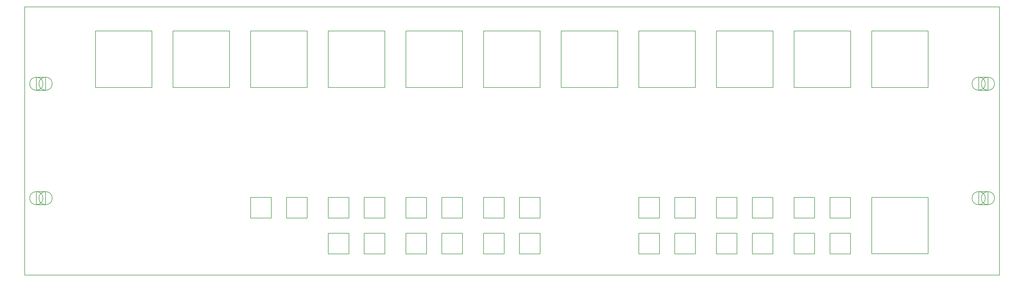
<source format=gko>
G04 Layer: BoardOutlineLayer*
G04 EasyEDA v6.5.34, 2023-08-21 18:11:39*
G04 0b5495aba37e4bba8a70f578eb7d8193,5a6b42c53f6a479593ecc07194224c93,10*
G04 Gerber Generator version 0.2*
G04 Scale: 100 percent, Rotated: No, Reflected: No *
G04 Dimensions in millimeters *
G04 leading zeros omitted , absolute positions ,4 integer and 5 decimal *
%FSLAX45Y45*%
%MOMM*%

%ADD10C,0.2540*%
D10*
X0Y13296900D02*
G01*
X48260000Y13296900D01*
X48260000Y0D01*
X0Y-3070D01*
X0Y13296900D01*
X7343614Y12104298D02*
G01*
X7343614Y9304304D01*
X7343614Y9304304D02*
G01*
X10143609Y9304304D01*
X10143609Y9304304D02*
G01*
X10143609Y12104298D01*
X10143609Y12104298D02*
G01*
X7343614Y12104298D01*
X11186815Y12104298D02*
G01*
X11186815Y9304304D01*
X11186815Y9304304D02*
G01*
X13986809Y9304304D01*
X13986809Y9304304D02*
G01*
X13986809Y12104298D01*
X13986809Y12104298D02*
G01*
X11186815Y12104298D01*
X15030015Y12104298D02*
G01*
X15030015Y9304304D01*
X15030015Y9304304D02*
G01*
X17830010Y9304304D01*
X17830010Y9304304D02*
G01*
X17830010Y12104298D01*
X17830010Y12104298D02*
G01*
X15030015Y12104298D01*
X18873216Y12104298D02*
G01*
X18873216Y9304304D01*
X18873216Y9304304D02*
G01*
X21673210Y9304304D01*
X21673210Y9304304D02*
G01*
X21673210Y12104298D01*
X21673210Y12104298D02*
G01*
X18873216Y12104298D01*
X22716416Y12104298D02*
G01*
X22716416Y9304304D01*
X22716416Y9304304D02*
G01*
X25516410Y9304304D01*
X25516410Y9304304D02*
G01*
X25516410Y12104298D01*
X25516410Y12104298D02*
G01*
X22716416Y12104298D01*
X26559616Y12104298D02*
G01*
X26559616Y9304304D01*
X26559616Y9304304D02*
G01*
X29359611Y9304304D01*
X29359611Y9304304D02*
G01*
X29359611Y12104298D01*
X29359611Y12104298D02*
G01*
X26559616Y12104298D01*
X30402817Y12104298D02*
G01*
X30402817Y9304304D01*
X30402817Y9304304D02*
G01*
X33202811Y9304304D01*
X33202811Y9304304D02*
G01*
X33202811Y12104298D01*
X33202811Y12104298D02*
G01*
X30402817Y12104298D01*
X34246017Y12104298D02*
G01*
X34246017Y9304304D01*
X34246017Y9304304D02*
G01*
X37046011Y9304304D01*
X37046011Y9304304D02*
G01*
X37046011Y12104298D01*
X37046011Y12104298D02*
G01*
X34246017Y12104298D01*
X38089217Y12104298D02*
G01*
X38089217Y9304304D01*
X38089217Y9304304D02*
G01*
X40889212Y9304304D01*
X40889212Y9304304D02*
G01*
X40889212Y12104298D01*
X40889212Y12104298D02*
G01*
X38089217Y12104298D01*
X41932418Y12104298D02*
G01*
X41932418Y9304304D01*
X41932418Y9304304D02*
G01*
X44732412Y9304304D01*
X44732412Y9304304D02*
G01*
X44732412Y12104298D01*
X44732412Y12104298D02*
G01*
X41932418Y12104298D01*
G75*
G01*
X711200Y9486900D02*
G02*
X1361597Y9486900I325199J0D01*
G75*
G01*
X1361597Y9486900D02*
G02*
X711200Y9486900I-325198J0D01*
X711200Y9486900D02*
G01*
X711200Y9486900D01*
X579198Y9811893D02*
G01*
X579198Y9161881D01*
X579198Y9161881D02*
G01*
X1036398Y9161881D01*
X1036398Y9161881D02*
G01*
X1036398Y9811893D01*
X1036398Y9811893D02*
G01*
X579198Y9811893D01*
G75*
G01*
X254000Y9486900D02*
G02*
X904397Y9486900I325199J0D01*
G75*
G01*
X904397Y9486900D02*
G02*
X254000Y9486900I-325198J0D01*
X254000Y9486900D02*
G01*
X254000Y9486900D01*
G75*
G01*
X254000Y3810000D02*
G02*
X904397Y3810000I325199J0D01*
G75*
G01*
X904397Y3810000D02*
G02*
X254000Y3810000I-325198J0D01*
X254000Y3810000D02*
G01*
X254000Y3810000D01*
X579198Y4134993D02*
G01*
X579198Y3484981D01*
X579198Y3484981D02*
G01*
X1036398Y3484981D01*
X1036398Y3484981D02*
G01*
X1036398Y4134993D01*
X1036398Y4134993D02*
G01*
X579198Y4134993D01*
G75*
G01*
X711200Y3810000D02*
G02*
X1361597Y3810000I325199J0D01*
G75*
G01*
X1361597Y3810000D02*
G02*
X711200Y3810000I-325198J0D01*
X711200Y3810000D02*
G01*
X711200Y3810000D01*
G75*
G01*
X47365696Y3810000D02*
G02*
X48016094Y3810000I325199J0D01*
G75*
G01*
X48016094Y3810000D02*
G02*
X47365696Y3810000I-325199J0D01*
X47365696Y3810000D02*
G01*
X47365696Y3810000D01*
X47233695Y4134993D02*
G01*
X47233695Y3484981D01*
X47233695Y3484981D02*
G01*
X47690895Y3484981D01*
X47690895Y3484981D02*
G01*
X47690895Y4134993D01*
X47690895Y4134993D02*
G01*
X47233695Y4134993D01*
G75*
G01*
X46908496Y3810000D02*
G02*
X47558894Y3810000I325199J0D01*
G75*
G01*
X47558894Y3810000D02*
G02*
X46908496Y3810000I-325199J0D01*
X46908496Y3810000D02*
G01*
X46908496Y3810000D01*
G75*
G01*
X46908496Y9486900D02*
G02*
X47558894Y9486900I325199J0D01*
G75*
G01*
X47558894Y9486900D02*
G02*
X46908496Y9486900I-325199J0D01*
X46908496Y9486900D02*
G01*
X46908496Y9486900D01*
X47233695Y9811893D02*
G01*
X47233695Y9161881D01*
X47233695Y9161881D02*
G01*
X47690895Y9161881D01*
X47690895Y9161881D02*
G01*
X47690895Y9811893D01*
X47690895Y9811893D02*
G01*
X47233695Y9811893D01*
G75*
G01*
X47365696Y9486900D02*
G02*
X48016094Y9486900I325199J0D01*
G75*
G01*
X48016094Y9486900D02*
G02*
X47365696Y9486900I-325199J0D01*
X47365696Y9486900D02*
G01*
X47365696Y9486900D01*
X16808691Y3848100D02*
G01*
X16808691Y2828099D01*
X16808691Y2828099D02*
G01*
X17828691Y2828099D01*
X17828691Y2828099D02*
G01*
X17828691Y3848100D01*
X17828691Y3848100D02*
G01*
X16808691Y3848100D01*
X15030691Y3848100D02*
G01*
X15030691Y2828099D01*
X15030691Y2828099D02*
G01*
X16050691Y2828099D01*
X16050691Y2828099D02*
G01*
X16050691Y3848100D01*
X16050691Y3848100D02*
G01*
X15030691Y3848100D01*
X15030691Y2070100D02*
G01*
X15030691Y1050099D01*
X15030691Y1050099D02*
G01*
X16050691Y1050099D01*
X16050691Y1050099D02*
G01*
X16050691Y2070100D01*
X16050691Y2070100D02*
G01*
X15030691Y2070100D01*
X16808691Y2070100D02*
G01*
X16808691Y1050099D01*
X16808691Y1050099D02*
G01*
X17828691Y1050099D01*
X17828691Y1050099D02*
G01*
X17828691Y2070100D01*
X17828691Y2070100D02*
G01*
X16808691Y2070100D01*
X32181507Y3848100D02*
G01*
X32181507Y2828099D01*
X32181507Y2828099D02*
G01*
X33201508Y2828099D01*
X33201508Y2828099D02*
G01*
X33201508Y3848100D01*
X33201508Y3848100D02*
G01*
X32181507Y3848100D01*
X30403507Y3848100D02*
G01*
X30403507Y2828099D01*
X30403507Y2828099D02*
G01*
X31423508Y2828099D01*
X31423508Y2828099D02*
G01*
X31423508Y3848100D01*
X31423508Y3848100D02*
G01*
X30403507Y3848100D01*
X30403507Y2070100D02*
G01*
X30403507Y1050099D01*
X30403507Y1050099D02*
G01*
X31423508Y1050099D01*
X31423508Y1050099D02*
G01*
X31423508Y2070100D01*
X31423508Y2070100D02*
G01*
X30403507Y2070100D01*
X32181507Y2070100D02*
G01*
X32181507Y1050099D01*
X32181507Y1050099D02*
G01*
X33201508Y1050099D01*
X33201508Y1050099D02*
G01*
X33201508Y2070100D01*
X33201508Y2070100D02*
G01*
X32181507Y2070100D01*
X39867903Y3848100D02*
G01*
X39867903Y2828099D01*
X39867903Y2828099D02*
G01*
X40887904Y2828099D01*
X40887904Y2828099D02*
G01*
X40887904Y3848100D01*
X40887904Y3848100D02*
G01*
X39867903Y3848100D01*
X38089903Y3848100D02*
G01*
X38089903Y2828099D01*
X38089903Y2828099D02*
G01*
X39109904Y2828099D01*
X39109904Y2828099D02*
G01*
X39109904Y3848100D01*
X39109904Y3848100D02*
G01*
X38089903Y3848100D01*
X38089903Y2070100D02*
G01*
X38089903Y1050099D01*
X38089903Y1050099D02*
G01*
X39109904Y1050099D01*
X39109904Y1050099D02*
G01*
X39109904Y2070100D01*
X39109904Y2070100D02*
G01*
X38089903Y2070100D01*
X39867903Y2070100D02*
G01*
X39867903Y1050099D01*
X39867903Y1050099D02*
G01*
X40887904Y1050099D01*
X40887904Y1050099D02*
G01*
X40887904Y2070100D01*
X40887904Y2070100D02*
G01*
X39867903Y2070100D01*
X12965493Y3848100D02*
G01*
X12965493Y2828099D01*
X12965493Y2828099D02*
G01*
X13985493Y2828099D01*
X13985493Y2828099D02*
G01*
X13985493Y3848100D01*
X13985493Y3848100D02*
G01*
X12965493Y3848100D01*
X11187493Y3848100D02*
G01*
X11187493Y2828099D01*
X11187493Y2828099D02*
G01*
X12207493Y2828099D01*
X12207493Y2828099D02*
G01*
X12207493Y3848100D01*
X12207493Y3848100D02*
G01*
X11187493Y3848100D01*
X36024705Y2070100D02*
G01*
X36024705Y1050099D01*
X36024705Y1050099D02*
G01*
X37044706Y1050099D01*
X37044706Y1050099D02*
G01*
X37044706Y2070100D01*
X37044706Y2070100D02*
G01*
X36024705Y2070100D01*
X34246705Y2070100D02*
G01*
X34246705Y1050099D01*
X34246705Y1050099D02*
G01*
X35266706Y1050099D01*
X35266706Y1050099D02*
G01*
X35266706Y2070100D01*
X35266706Y2070100D02*
G01*
X34246705Y2070100D01*
X34246705Y3848100D02*
G01*
X34246705Y2828099D01*
X34246705Y2828099D02*
G01*
X35266706Y2828099D01*
X35266706Y2828099D02*
G01*
X35266706Y3848100D01*
X35266706Y3848100D02*
G01*
X34246705Y3848100D01*
X36024705Y3848100D02*
G01*
X36024705Y2828099D01*
X36024705Y2828099D02*
G01*
X37044706Y2828099D01*
X37044706Y2828099D02*
G01*
X37044706Y3848100D01*
X37044706Y3848100D02*
G01*
X36024705Y3848100D01*
X41932120Y3853080D02*
G01*
X41932120Y1053086D01*
X41932120Y1053086D02*
G01*
X44732115Y1053086D01*
X44732115Y1053086D02*
G01*
X44732115Y3853080D01*
X44732115Y3853080D02*
G01*
X41932120Y3853080D01*
X20651914Y2070100D02*
G01*
X20651914Y1050099D01*
X20651914Y1050099D02*
G01*
X21671915Y1050099D01*
X21671915Y1050099D02*
G01*
X21671915Y2070100D01*
X21671915Y2070100D02*
G01*
X20651914Y2070100D01*
X18873914Y2070100D02*
G01*
X18873914Y1050099D01*
X18873914Y1050099D02*
G01*
X19893915Y1050099D01*
X19893915Y1050099D02*
G01*
X19893915Y2070100D01*
X19893915Y2070100D02*
G01*
X18873914Y2070100D01*
X18873914Y3848100D02*
G01*
X18873914Y2828099D01*
X18873914Y2828099D02*
G01*
X19893915Y2828099D01*
X19893915Y2828099D02*
G01*
X19893915Y3848100D01*
X19893915Y3848100D02*
G01*
X18873914Y3848100D01*
X20651914Y3848100D02*
G01*
X20651914Y2828099D01*
X20651914Y2828099D02*
G01*
X21671915Y2828099D01*
X21671915Y2828099D02*
G01*
X21671915Y3848100D01*
X21671915Y3848100D02*
G01*
X20651914Y3848100D01*
X3500414Y12104298D02*
G01*
X3500414Y9304304D01*
X3500414Y9304304D02*
G01*
X6300409Y9304304D01*
X6300409Y9304304D02*
G01*
X6300409Y12104298D01*
X6300409Y12104298D02*
G01*
X3500414Y12104298D01*
X24495086Y2070100D02*
G01*
X24495086Y1050099D01*
X24495086Y1050099D02*
G01*
X25515087Y1050099D01*
X25515087Y1050099D02*
G01*
X25515087Y2070100D01*
X25515087Y2070100D02*
G01*
X24495086Y2070100D01*
X22717086Y2070100D02*
G01*
X22717086Y1050099D01*
X22717086Y1050099D02*
G01*
X23737087Y1050099D01*
X23737087Y1050099D02*
G01*
X23737087Y2070100D01*
X23737087Y2070100D02*
G01*
X22717086Y2070100D01*
X22717086Y3848100D02*
G01*
X22717086Y2828099D01*
X22717086Y2828099D02*
G01*
X23737087Y2828099D01*
X23737087Y2828099D02*
G01*
X23737087Y3848100D01*
X23737087Y3848100D02*
G01*
X22717086Y3848100D01*
X24495086Y3848100D02*
G01*
X24495086Y2828099D01*
X24495086Y2828099D02*
G01*
X25515087Y2828099D01*
X25515087Y2828099D02*
G01*
X25515087Y3848100D01*
X25515087Y3848100D02*
G01*
X24495086Y3848100D01*

%LPD*%
M02*

</source>
